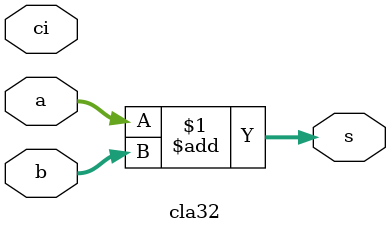
<source format=v>
module cla32(a, b, ci, s);
	input [31:0] a, b;
	input ci;
	output [31:0] s;

	assign s=a+b;

endmodule
</source>
